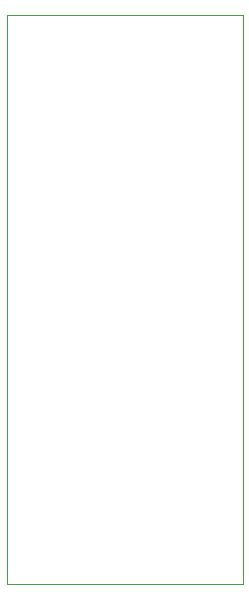
<source format=gbr>
%TF.GenerationSoftware,KiCad,Pcbnew,8.0.5*%
%TF.CreationDate,2024-11-05T23:16:52+01:00*%
%TF.ProjectId,Leveller,4c657665-6c6c-4657-922e-6b696361645f,rev?*%
%TF.SameCoordinates,Original*%
%TF.FileFunction,Profile,NP*%
%FSLAX46Y46*%
G04 Gerber Fmt 4.6, Leading zero omitted, Abs format (unit mm)*
G04 Created by KiCad (PCBNEW 8.0.5) date 2024-11-05 23:16:52*
%MOMM*%
%LPD*%
G01*
G04 APERTURE LIST*
%TA.AperFunction,Profile*%
%ADD10C,0.100000*%
%TD*%
G04 APERTURE END LIST*
D10*
X38768000Y-35260000D02*
X58768000Y-35260000D01*
X58768000Y-83435000D01*
X38768000Y-83435000D01*
X38768000Y-35260000D01*
M02*

</source>
